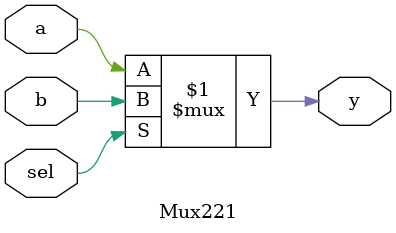
<source format=v>
module Mux221( sel, a, b, y );
    input sel ;
    input a, b;
    output y;
    
  
assign y = sel ? b : a;
 

endmodule

</source>
